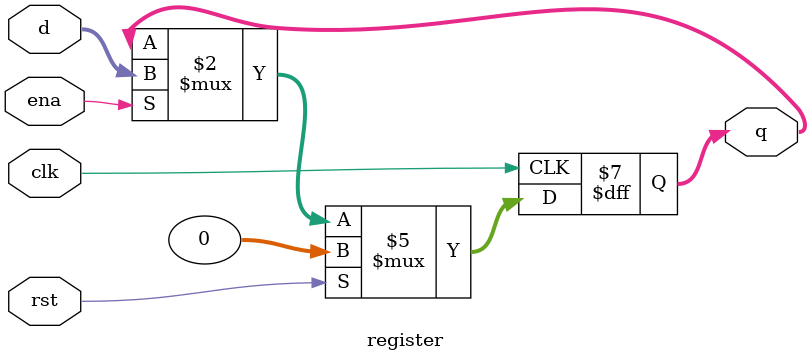
<source format=sv>
module register (clk, rst, ena, d, q);

parameter N = 32;

input wire clk, rst, ena;
input wire [N-1:0] d;

output logic [N-1:0] q;

always_ff @(posedge clk) begin
    if (rst) q <= 0;
    else if (ena) q <= d;
end

endmodule
</source>
